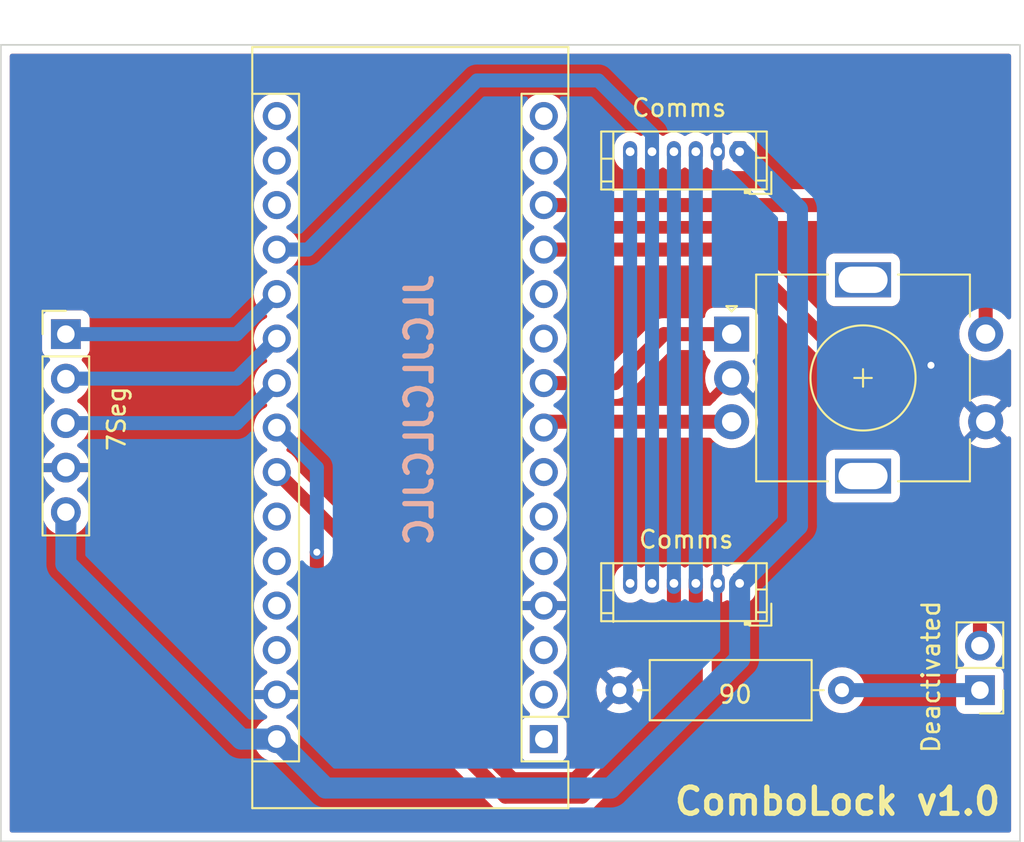
<source format=kicad_pcb>
(kicad_pcb (version 20211014) (generator pcbnew)
  (layers (0 "F.Cu" signal) (31 "B.Cu" signal) (34 "B.Paste" user) (35 "F.Paste" user) (36 "B.SilkS" user "B.Silkscreen") (37 "F.SilkS" user "F.Silkscreen") (38 "B.Mask" user) (39 "F.Mask" user) (44 "Edge.Cuts" user))
  (net 0 "")
  (net 7 "Net-(A1-Pad8)")
  (net 8 "Net-(A1-Pad9)")
  (net 11 "Net-(A1-Pad12)")
  (net 19 "Net-(D1-Pad1)")
  (net 20 "GND")
  (net 21 "/Load")
  (net 23 "/SCLK")
  (net 24 "/SDI")
  (net 25 "+5V")
  (net 26 "Net-(J2-Pad6)")
  (net 27 "Master Interrupt")
  (net 28 "SDA")
  (net 29 "SCL")
  (net 31 "Net-(SW1-PadS2)")
  (footprint "Library:JST_6P_1.25" (layer "F.Cu") (at 141.224 81.026 180)
    (fp_text reference "J1" hide)
    (fp_text value "Comms" (at 3.45 2.5) (layer "F.SilkS"))
    (fp_line (start -0.3 -2.36) (end -0.6 -2.36) (layer "F.SilkS") (width 0.12))
    (fp_line (start 7.9 1.15) (end -1.55 1.15) (layer "F.SilkS") (width 0.12))
    (fp_line (start -1.55 -0.35) (end -0.94 -0.35) (layer "F.SilkS") (width 0.12))
    (fp_line (start 7.855 -1.7) (end 7.245 -1.7) (layer "F.SilkS") (width 0.12))
    (fp_line (start 7.9 -2.16) (end -1.55 -2.15) (layer "F.SilkS") (width 0.12))
    (fp_line (start 7.21 -2.2) (end 7.21 1.15) (layer "F.SilkS") (width 0.12))
    (fp_line (start 7.855 -0.4) (end 7.245 -0.4) (layer "F.SilkS") (width 0.12))
    (fp_line (start -0.3 -2.16) (end -0.3 -2.36) (layer "F.SilkS") (width 0.12))
    (fp_line (start -0.94 -2.15) (end -0.94 1.15) (layer "F.SilkS") (width 0.12))
    (fp_line (start -1.81 -2.41) (end -1.81 -1.16) (layer "F.SilkS") (width 0.12))
    (fp_line (start -1.55 -1.65) (end -0.94 -1.65) (layer "F.SilkS") (width 0.12))
    (fp_line (start -1.55 -2.15) (end -1.55 1.15) (layer "F.SilkS") (width 0.12))
    (fp_line (start 7.9 1.15) (end 7.9 -2.16) (layer "F.SilkS") (width 0.12))
    (fp_line (start -0.6 -2.36) (end -0.6 -2.16) (layer "F.SilkS") (width 0.12))
    (fp_line (start -0.3 -2.26) (end -0.6 -2.26) (layer "F.SilkS") (width 0.12))
    (fp_line (start -0.56 -2.41) (end -1.81 -2.41) (layer "F.SilkS") (width 0.12))
    (pad "1" thru_hole roundrect (at 0 0 180) (size 0.8 1.2) (drill 0.5) (layers *.Cu *.Mask) (roundrect_rratio 0.2083325) (net 25 "+5V"))
    (pad "2" thru_hole oval (at 1.25 0 180) (size 0.8 1.2) (drill 0.5) (layers *.Cu *.Mask) (net 20 "GND"))
    (pad "3" thru_hole oval (at 2.5 0 180) (size 0.8 1.2) (drill 0.5) (layers *.Cu *.Mask) (net 28 "SDA"))
    (pad "4" thru_hole oval (at 3.75 0 180) (size 0.8 1.2) (drill 0.5) (layers *.Cu *.Mask) (net 29 "SCL"))
    (pad "5" thru_hole oval (at 5 0 180) (size 0.8 1.2) (drill 0.5) (layers *.Cu *.Mask) (net 27 "Master Interrupt"))
    (pad "6" thru_hole oval (at 6.25 0 180) (size 0.8 1.2) (drill 0.5) (layers *.Cu *.Mask) (net 26 "Net-(J2-Pad6)"))
  )
  (footprint "Library:JST_6P_1.25" (layer "F.Cu") (at 141.224 105.664 180)
    (fp_text reference "J2" hide)
    (fp_text value "Comms" (at 3.048 2.5) (layer "F.SilkS"))
    (fp_line (start 7.855 -0.4) (end 7.245 -0.4) (layer "F.SilkS") (width 0.12))
    (fp_line (start -0.3 -2.36) (end -0.6 -2.36) (layer "F.SilkS") (width 0.12))
    (fp_line (start -0.3 -2.26) (end -0.6 -2.26) (layer "F.SilkS") (width 0.12))
    (fp_line (start -1.55 -0.35) (end -0.94 -0.35) (layer "F.SilkS") (width 0.12))
    (fp_line (start 7.9 1.15) (end -1.55 1.15) (layer "F.SilkS") (width 0.12))
    (fp_line (start -0.6 -2.36) (end -0.6 -2.16) (layer "F.SilkS") (width 0.12))
    (fp_line (start 7.21 -2.2) (end 7.21 1.15) (layer "F.SilkS") (width 0.12))
    (fp_line (start 7.855 -1.7) (end 7.245 -1.7) (layer "F.SilkS") (width 0.12))
    (fp_line (start -0.56 -2.41) (end -1.81 -2.41) (layer "F.SilkS") (width 0.12))
    (fp_line (start 7.9 1.15) (end 7.9 -2.16) (layer "F.SilkS") (width 0.12))
    (fp_line (start -1.55 -1.65) (end -0.94 -1.65) (layer "F.SilkS") (width 0.12))
    (fp_line (start -0.3 -2.16) (end -0.3 -2.36) (layer "F.SilkS") (width 0.12))
    (fp_line (start -1.55 -2.15) (end -1.55 1.15) (layer "F.SilkS") (width 0.12))
    (fp_line (start 7.9 -2.16) (end -1.55 -2.15) (layer "F.SilkS") (width 0.12))
    (fp_line (start -0.94 -2.15) (end -0.94 1.15) (layer "F.SilkS") (width 0.12))
    (fp_line (start -1.81 -2.41) (end -1.81 -1.16) (layer "F.SilkS") (width 0.12))
    (pad "1" thru_hole roundrect (at 0 0 180) (size 0.8 1.2) (drill 0.5) (layers *.Cu *.Mask) (roundrect_rratio 0.2083325) (net 25 "+5V"))
    (pad "2" thru_hole oval (at 1.25 0 180) (size 0.8 1.2) (drill 0.5) (layers *.Cu *.Mask) (net 20 "GND"))
    (pad "3" thru_hole oval (at 2.5 0 180) (size 0.8 1.2) (drill 0.5) (layers *.Cu *.Mask) (net 28 "SDA"))
    (pad "4" thru_hole oval (at 3.75 0 180) (size 0.8 1.2) (drill 0.5) (layers *.Cu *.Mask) (net 29 "SCL"))
    (pad "5" thru_hole oval (at 5 0 180) (size 0.8 1.2) (drill 0.5) (layers *.Cu *.Mask) (net 27 "Master Interrupt"))
    (pad "6" thru_hole oval (at 6.25 0 180) (size 0.8 1.2) (drill 0.5) (layers *.Cu *.Mask) (net 26 "Net-(J2-Pad6)"))
  )
  (footprint "Rotary_Encoder:RotaryEncoder_Alps_EC11E-Switch_Vertical_H20mm" (layer "F.Cu") (at 140.7684 91.44)
    (fp_text reference "SW1" hide)
    (fp_text value "RotaryEncoder_Switch" hide)
    (fp_line (start 5.5 8.4) (end 1.4 8.4) (layer "F.SilkS") (width 0.12))
    (fp_line (start 7 2.5) (end 8 2.5) (layer "F.SilkS") (width 0.12))
    (fp_line (start 9.5 -3.4) (end 13.6 -3.4) (layer "F.SilkS") (width 0.12))
    (fp_line (start -0.3 -1.6) (end 0.3 -1.6) (layer "F.SilkS") (width 0.12))
    (fp_line (start 13.6 8.4) (end 9.5 8.4) (layer "F.SilkS") (width 0.12))
    (fp_line (start 5.5 -3.4) (end 1.4 -3.4) (layer "F.SilkS") (width 0.12))
    (fp_line (start 7.5 2) (end 7.5 3) (layer "F.SilkS") (width 0.12))
    (fp_line (start 13.6 6) (end 13.6 8.4) (layer "F.SilkS") (width 0.12))
    (fp_line (start 0.3 -1.6) (end 0 -1.3) (layer "F.SilkS") (width 0.12))
    (fp_line (start 1.4 -3.4) (end 1.4 8.4) (layer "F.SilkS") (width 0.12))
    (fp_line (start 13.6 -3.4) (end 13.6 -1) (layer "F.SilkS") (width 0.12))
    (fp_line (start 13.6 1.2) (end 13.6 3.8) (layer "F.SilkS") (width 0.12))
    (fp_line (start 0 -1.3) (end -0.3 -1.6) (layer "F.SilkS") (width 0.12))
    (fp_circle (center 7.5 2.5) (end 10.5 2.5) (layer "F.SilkS") (width 0.12) (fill none))
    (pad "A" thru_hole rect (at 0 0) (size 2 2) (drill 1.1) (layers *.Cu *.Mask) (net 8 "Net-(A1-Pad9)"))
    (pad "B" thru_hole circle (at 0 5) (size 2 2) (drill 1.1) (layers *.Cu *.Mask) (net 7 "Net-(A1-Pad8)"))
    (pad "C" thru_hole circle (at 0 2.5) (size 2 2) (drill 1.1) (layers *.Cu *.Mask) (net 20 "GND"))
    (pad "MP" thru_hole rect (at 7.5 -3.1) (size 3.2 2) (drill oval 2.8 1.5) (layers *.Cu *.Mask))
    (pad "MP" thru_hole rect (at 7.5 8.1) (size 3.2 2) (drill oval 2.8 1.5) (layers *.Cu *.Mask))
    (pad "S1" thru_hole circle (at 14.5 5) (size 2 2) (drill 1.1) (layers *.Cu *.Mask) (net 20 "GND"))
    (pad "S2" thru_hole circle (at 14.5 0) (size 2 2) (drill 1.1) (layers *.Cu *.Mask) (net 31 "Net-(SW1-PadS2)"))
  )
  (footprint "Module:Arduino_Nano" (layer "F.Cu") (at 130.048 114.554 180)
    (fp_text reference "A1" hide)
    (fp_text value "Arduino_Nano_v2.x")
    (fp_line (start 16.64 39.5) (end 16.64 -3.94) (layer "F.SilkS") (width 0.12))
    (fp_line (start -1.4 39.5) (end 16.64 39.5) (layer "F.SilkS") (width 0.12))
    (fp_line (start 1.27 1.27) (end -1.4 1.27) (layer "F.SilkS") (width 0.12))
    (fp_line (start -1.4 -3.94) (end -1.4 -1.27) (layer "F.SilkS") (width 0.12))
    (fp_line (start 13.97 36.83) (end 16.64 36.83) (layer "F.SilkS") (width 0.12))
    (fp_line (start 1.27 36.83) (end -1.4 36.83) (layer "F.SilkS") (width 0.12))
    (fp_line (start 13.97 -1.27) (end 16.64 -1.27) (layer "F.SilkS") (width 0.12))
    (fp_line (start 13.97 -1.27) (end 13.97 36.83) (layer "F.SilkS") (width 0.12))
    (fp_line (start 16.64 -3.94) (end -1.4 -3.94) (layer "F.SilkS") (width 0.12))
    (fp_line (start -1.4 1.27) (end -1.4 39.5) (layer "F.SilkS") (width 0.12))
    (fp_line (start 1.27 1.27) (end 1.27 36.83) (layer "F.SilkS") (width 0.12))
    (fp_line (start 1.27 -1.27) (end -1.4 -1.27) (layer "F.SilkS") (width 0.12))
    (fp_line (start 1.27 1.27) (end 1.27 -1.27) (layer "F.SilkS") (width 0.12))
    (pad "1" thru_hole rect (at 0 0 180) (size 1.6 1.6) (drill 1) (layers *.Cu *.Mask))
    (pad "2" thru_hole oval (at 0 2.54 180) (size 1.6 1.6) (drill 1) (layers *.Cu *.Mask))
    (pad "3" thru_hole oval (at 0 5.08 180) (size 1.6 1.6) (drill 1) (layers *.Cu *.Mask))
    (pad "4" thru_hole oval (at 0 7.62 180) (size 1.6 1.6) (drill 1) (layers *.Cu *.Mask) (net 20 "GND"))
    (pad "5" thru_hole oval (at 0 10.16 180) (size 1.6 1.6) (drill 1) (layers *.Cu *.Mask))
    (pad "6" thru_hole oval (at 0 12.7 180) (size 1.6 1.6) (drill 1) (layers *.Cu *.Mask))
    (pad "7" thru_hole oval (at 0 15.24 180) (size 1.6 1.6) (drill 1) (layers *.Cu *.Mask))
    (pad "8" thru_hole oval (at 0 17.78 180) (size 1.6 1.6) (drill 1) (layers *.Cu *.Mask) (net 7 "Net-(A1-Pad8)"))
    (pad "9" thru_hole oval (at 0 20.32 180) (size 1.6 1.6) (drill 1) (layers *.Cu *.Mask) (net 8 "Net-(A1-Pad9)"))
    (pad "10" thru_hole oval (at 0 22.86 180) (size 1.6 1.6) (drill 1) (layers *.Cu *.Mask))
    (pad "11" thru_hole oval (at 0 25.4 180) (size 1.6 1.6) (drill 1) (layers *.Cu *.Mask))
    (pad "12" thru_hole oval (at 0 27.94 180) (size 1.6 1.6) (drill 1) (layers *.Cu *.Mask) (net 11 "Net-(A1-Pad12)"))
    (pad "13" thru_hole oval (at 0 30.48 180) (size 1.6 1.6) (drill 1) (layers *.Cu *.Mask) (net 31 "Net-(SW1-PadS2)"))
    (pad "14" thru_hole oval (at 0 33.02 180) (size 1.6 1.6) (drill 1) (layers *.Cu *.Mask))
    (pad "15" thru_hole oval (at 0 35.56 180) (size 1.6 1.6) (drill 1) (layers *.Cu *.Mask))
    (pad "16" thru_hole oval (at 15.24 35.56 180) (size 1.6 1.6) (drill 1) (layers *.Cu *.Mask))
    (pad "17" thru_hole oval (at 15.24 33.02 180) (size 1.6 1.6) (drill 1) (layers *.Cu *.Mask))
    (pad "18" thru_hole oval (at 15.24 30.48 180) (size 1.6 1.6) (drill 1) (layers *.Cu *.Mask))
    (pad "19" thru_hole oval (at 15.24 27.94 180) (size 1.6 1.6) (drill 1) (layers *.Cu *.Mask) (net 27 "Master Interrupt"))
    (pad "20" thru_hole oval (at 15.24 25.4 180) (size 1.6 1.6) (drill 1) (layers *.Cu *.Mask) (net 21 "/Load"))
    (pad "21" thru_hole oval (at 15.24 22.86 180) (size 1.6 1.6) (drill 1) (layers *.Cu *.Mask) (net 23 "/SCLK"))
    (pad "22" thru_hole oval (at 15.24 20.32 180) (size 1.6 1.6) (drill 1) (layers *.Cu *.Mask) (net 24 "/SDI"))
    (pad "23" thru_hole oval (at 15.24 17.78 180) (size 1.6 1.6) (drill 1) (layers *.Cu *.Mask) (net 28 "SDA"))
    (pad "24" thru_hole oval (at 15.24 15.24 180) (size 1.6 1.6) (drill 1) (layers *.Cu *.Mask) (net 29 "SCL"))
    (pad "25" thru_hole oval (at 15.24 12.7 180) (size 1.6 1.6) (drill 1) (layers *.Cu *.Mask))
    (pad "26" thru_hole oval (at 15.24 10.16 180) (size 1.6 1.6) (drill 1) (layers *.Cu *.Mask))
    (pad "27" thru_hole oval (at 15.24 7.62 180) (size 1.6 1.6) (drill 1) (layers *.Cu *.Mask))
    (pad "28" thru_hole oval (at 15.24 5.08 180) (size 1.6 1.6) (drill 1) (layers *.Cu *.Mask))
    (pad "29" thru_hole oval (at 15.24 2.54 180) (size 1.6 1.6) (drill 1) (layers *.Cu *.Mask) (net 20 "GND"))
    (pad "30" thru_hole oval (at 15.24 0 180) (size 1.6 1.6) (drill 1) (layers *.Cu *.Mask) (net 25 "+5V"))
  )
  (footprint "Connector_PinHeader_2.54mm:PinHeader_1x05_P2.54mm_Vertical" (layer "F.Cu") (at 102.7684 91.44)
    (fp_text reference "J3" hide)
    (fp_text value "7Seg" (at 2.8956 4.826 90) (layer "F.SilkS"))
    (fp_line (start -1.33 -1.33) (end 0 -1.33) (layer "F.SilkS") (width 0.12))
    (fp_line (start -1.33 1.27) (end -1.33 11.49) (layer "F.SilkS") (width 0.12))
    (fp_line (start -1.33 0) (end -1.33 -1.33) (layer "F.SilkS") (width 0.12))
    (fp_line (start 1.33 1.27) (end 1.33 11.49) (layer "F.SilkS") (width 0.12))
    (fp_line (start -1.33 11.49) (end 1.33 11.49) (layer "F.SilkS") (width 0.12))
    (fp_line (start -1.33 1.27) (end 1.33 1.27) (layer "F.SilkS") (width 0.12))
    (pad "1" thru_hole rect (at 0 0) (size 1.7 1.7) (drill 1) (layers *.Cu *.Mask) (net 21 "/Load"))
    (pad "2" thru_hole oval (at 0 2.54) (size 1.7 1.7) (drill 1) (layers *.Cu *.Mask) (net 23 "/SCLK"))
    (pad "3" thru_hole oval (at 0 5.08) (size 1.7 1.7) (drill 1) (layers *.Cu *.Mask) (net 24 "/SDI"))
    (pad "4" thru_hole oval (at 0 7.62) (size 1.7 1.7) (drill 1) (layers *.Cu *.Mask) (net 20 "GND"))
    (pad "5" thru_hole oval (at 0 10.16) (size 1.7 1.7) (drill 1) (layers *.Cu *.Mask) (net 25 "+5V"))
  )
  (footprint "Resistor_THT:R_Axial_DIN0309_L9.0mm_D3.2mm_P12.70mm_Horizontal" (layer "F.Cu") (at 134.366 111.76)
    (fp_text reference "R1" hide)
    (fp_text value "90" (at 6.604 0.254) (layer "F.SilkS"))
    (fp_line (start 10.97 1.72) (end 10.97 -1.72) (layer "F.SilkS") (width 0.12))
    (fp_line (start 1.73 1.72) (end 10.97 1.72) (layer "F.SilkS") (width 0.12))
    (fp_line (start 11.66 0) (end 10.97 0) (layer "F.SilkS") (width 0.12))
    (fp_line (start 1.04 0) (end 1.73 0) (layer "F.SilkS") (width 0.12))
    (fp_line (start 10.97 -1.72) (end 1.73 -1.72) (layer "F.SilkS") (width 0.12))
    (fp_line (start 1.73 -1.72) (end 1.73 1.72) (layer "F.SilkS") (width 0.12))
    (pad "1" thru_hole circle (at 0 0) (size 1.6 1.6) (drill 0.8) (layers *.Cu *.Mask) (net 20 "GND"))
    (pad "2" thru_hole oval (at 12.7 0) (size 1.6 1.6) (drill 0.8) (layers *.Cu *.Mask) (net 19 "Net-(D1-Pad1)"))
  )
  (footprint "Connector_PinHeader_2.54mm:PinHeader_1x02_P2.54mm_Vertical" (layer "F.Cu") (at 154.94 111.76 180)
    (fp_text reference "D1" hide)
    (fp_text value "Deactivated" (at 2.794 0.762 90) (layer "F.SilkS"))
    (fp_line (start -1.33 3.87) (end 1.33 3.87) (layer "F.SilkS") (width 0.12))
    (fp_line (start 1.33 1.27) (end 1.33 3.87) (layer "F.SilkS") (width 0.12))
    (fp_line (start -1.33 0) (end -1.33 -1.33) (layer "F.SilkS") (width 0.12))
    (fp_line (start -1.33 1.27) (end 1.33 1.27) (layer "F.SilkS") (width 0.12))
    (fp_line (start -1.33 -1.33) (end 0 -1.33) (layer "F.SilkS") (width 0.12))
    (fp_line (start -1.33 1.27) (end -1.33 3.87) (layer "F.SilkS") (width 0.12))
    (pad "1" thru_hole rect (at 0 0 180) (size 1.7 1.7) (drill 1) (layers *.Cu *.Mask) (net 19 "Net-(D1-Pad1)"))
    (pad "2" thru_hole oval (at 0 2.54 180) (size 1.7 1.7) (drill 1) (layers *.Cu *.Mask) (net 11 "Net-(A1-Pad12)"))
  )
  (gr_rect (start 99.06 74.93) (end 157.226 120.396) (layer "Edge.Cuts") (width 0.1) (fill none))
  (gr_text "JLCJLCJLCJLC" (at 122.936 95.758 90) (layer "B.SilkS") (effects (font (size 1.5 1.5) (thickness 0.3)) (justify mirror)))
  (gr_text "ComboLock v1.0" (at 146.812 118.11) (layer "F.SilkS") (effects (font (size 1.5 1.5) (thickness 0.3))))
  (segment (start 140.7684 96.44) (end 130.382 96.44) (width 0.8) (layer "F.Cu") (net 7))
  (segment (start 130.382 96.44) (end 130.048 96.774) (width 0.8) (layer "F.Cu") (net 7))
  (segment (start 136.906 91.44) (end 140.7684 91.44) (width 0.8) (layer "F.Cu") (net 8))
  (segment (start 134.112 94.234) (end 136.906 91.44) (width 0.8) (layer "F.Cu") (net 8))
  (segment (start 130.048 94.234) (end 134.112 94.234) (width 0.8) (layer "F.Cu") (net 8))
  (segment (start 130.048 86.614) (end 140.97 86.614) (width 0.8) (layer "F.Cu") (net 11))
  (segment (start 140.97 86.614) (end 154.94 100.584) (width 0.8) (layer "F.Cu") (net 11))
  (segment (start 154.94 100.584) (end 154.94 109.22) (width 0.8) (layer "F.Cu") (net 11))
  (segment (start 154.94 111.76) (end 147.066 111.76) (width 0.8) (layer "B.Cu") (net 19))
  (via (at 152.146 93.218) (size 0.8) (drill 0.4) (layers "F.Cu" "B.Cu") (net 20))
  (segment (start 102.7684 91.44) (end 112.522 91.44) (width 0.8) (layer "B.Cu") (net 21))
  (segment (start 112.522 91.44) (end 114.808 89.154) (width 0.8) (layer "B.Cu") (net 21))
  (segment (start 112.522 93.98) (end 114.808 91.694) (width 0.8) (layer "B.Cu") (net 23))
  (segment (start 102.7684 93.98) (end 112.522 93.98) (width 0.8) (layer "B.Cu") (net 23))
  (segment (start 112.522 96.52) (end 114.808 94.234) (width 0.8) (layer "B.Cu") (net 24))
  (segment (start 102.7684 96.52) (end 112.522 96.52) (width 0.8) (layer "B.Cu") (net 24))
  (segment (start 141.224 81.026) (end 144.526 84.328) (width 1.2) (layer "B.Cu") (net 25))
  (segment (start 102.7684 104.5464) (end 112.776 114.554) (width 1.2) (layer "B.Cu") (net 25))
  (segment (start 133.858 117.348) (end 117.602 117.348) (width 1.2) (layer "B.Cu") (net 25))
  (segment (start 144.526 102.362) (end 141.224 105.664) (width 1.2) (layer "B.Cu") (net 25))
  (segment (start 141.224 105.664) (end 141.224 109.982) (width 1.2) (layer "B.Cu") (net 25))
  (segment (start 117.602 117.348) (end 114.808 114.554) (width 1.2) (layer "B.Cu") (net 25))
  (segment (start 102.7684 101.6) (end 102.7684 104.5464) (width 1.2) (layer "B.Cu") (net 25))
  (segment (start 141.224 109.982) (end 133.858 117.348) (width 1.2) (layer "B.Cu") (net 25))
  (segment (start 112.776 114.554) (end 114.808 114.554) (width 1.2) (layer "B.Cu") (net 25))
  (segment (start 144.526 84.328) (end 144.526 102.362) (width 1.2) (layer "B.Cu") (net 25))
  (segment (start 134.974 81.026) (end 134.974 105.664) (width 0.8) (layer "B.Cu") (net 26))
  (segment (start 126.238 76.962) (end 116.586 86.614) (width 0.8) (layer "B.Cu") (net 27))
  (segment (start 116.586 86.614) (end 114.808 86.614) (width 0.8) (layer "B.Cu") (net 27))
  (segment (start 133.16 76.962) (end 126.238 76.962) (width 0.8) (layer "B.Cu") (net 27))
  (segment (start 136.224 81.026) (end 136.224 105.664) (width 0.8) (layer "B.Cu") (net 27))
  (segment (start 136.224 81.026) (end 136.224 80.026) (width 0.8) (layer "B.Cu") (net 27))
  (segment (start 136.224 80.026) (end 133.16 76.962) (width 0.8) (layer "B.Cu") (net 27))
  (segment (start 138.724 111.355534) (end 132.240014 117.83952) (width 0.8) (layer "F.Cu") (net 28))
  (segment (start 132.240014 117.83952) (end 127.855985 117.839519) (width 0.8) (layer "F.Cu") (net 28))
  (segment (start 117.094 105.918) (end 117.094 103.886) (width 0.8) (layer "F.Cu") (net 28))
  (segment (start 117.094 107.077534) (end 117.094 105.918) (width 0.8) (layer "F.Cu") (net 28))
  (segment (start 138.724 105.664) (end 138.724 111.355534) (width 0.8) (layer "F.Cu") (net 28))
  (segment (start 127.855985 117.839519) (end 117.094 107.077534) (width 0.8) (layer "F.Cu") (net 28))
  (via (at 117.094 103.886) (size 0.8) (drill 0.4) (layers "F.Cu" "B.Cu") (net 28))
  (segment (start 117.094 103.886) (end 117.094 99.06) (width 0.8) (layer "B.Cu") (net 28))
  (segment (start 117.094 99.06) (end 114.808 96.774) (width 0.8) (layer "B.Cu") (net 28))
  (segment (start 138.724 81.026) (end 138.724 105.664) (width 0.8) (layer "B.Cu") (net 28))
  (segment (start 131.826 116.84) (end 128.27 116.84) (width 0.8) (layer "F.Cu") (net 29))
  (segment (start 137.474 105.664) (end 137.474 111.192) (width 0.8) (layer "F.Cu") (net 29))
  (segment (start 137.474 111.192) (end 131.826 116.84) (width 0.8) (layer "F.Cu") (net 29))
  (segment (start 118.872 103.378) (end 114.808 99.314) (width 0.8) (layer "F.Cu") (net 29))
  (segment (start 128.27 116.84) (end 118.872 107.442) (width 0.8) (layer "F.Cu") (net 29))
  (segment (start 118.872 107.442) (end 118.872 103.378) (width 0.8) (layer "F.Cu") (net 29))
  (segment (start 137.474 81.026) (end 137.474 105.664) (width 0.8) (layer "B.Cu") (net 29))
  (segment (start 155.2684 89.7364) (end 155.2684 91.44) (width 0.8) (layer "F.Cu") (net 31))
  (segment (start 130.048 84.074) (end 149.606 84.074) (width 0.8) (layer "F.Cu") (net 31))
  (segment (start 149.606 84.074) (end 155.2684 89.7364) (width 0.8) (layer "F.Cu") (net 31))
  (zone (net 20) (net_name "GND") (layers F&B.Cu) (connect_pads (clearance 0.508)) (min_thickness 0.254) (fill yes (thermal_gap 0.508) (thermal_bridge_width 0.508))
    (polygon (pts (xy 157.226 120.396) (xy 99.06 120.396) (xy 99.06 74.93) (xy 157.48 74.93)))
  )
)
</source>
